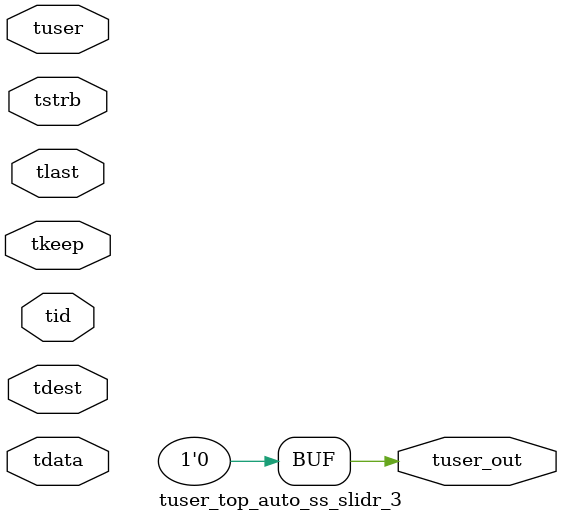
<source format=v>


`timescale 1ps/1ps

module tuser_top_auto_ss_slidr_3 #
(
parameter C_S_AXIS_TUSER_WIDTH = 1,
parameter C_S_AXIS_TDATA_WIDTH = 32,
parameter C_S_AXIS_TID_WIDTH   = 0,
parameter C_S_AXIS_TDEST_WIDTH = 0,
parameter C_M_AXIS_TUSER_WIDTH = 1
)
(
input  [(C_S_AXIS_TUSER_WIDTH == 0 ? 1 : C_S_AXIS_TUSER_WIDTH)-1:0     ] tuser,
input  [(C_S_AXIS_TDATA_WIDTH == 0 ? 1 : C_S_AXIS_TDATA_WIDTH)-1:0     ] tdata,
input  [(C_S_AXIS_TID_WIDTH   == 0 ? 1 : C_S_AXIS_TID_WIDTH)-1:0       ] tid,
input  [(C_S_AXIS_TDEST_WIDTH == 0 ? 1 : C_S_AXIS_TDEST_WIDTH)-1:0     ] tdest,
input  [(C_S_AXIS_TDATA_WIDTH/8)-1:0 ] tkeep,
input  [(C_S_AXIS_TDATA_WIDTH/8)-1:0 ] tstrb,
input                                                                    tlast,
output [C_M_AXIS_TUSER_WIDTH-1:0] tuser_out
);

assign tuser_out = {1'b0};

endmodule


</source>
